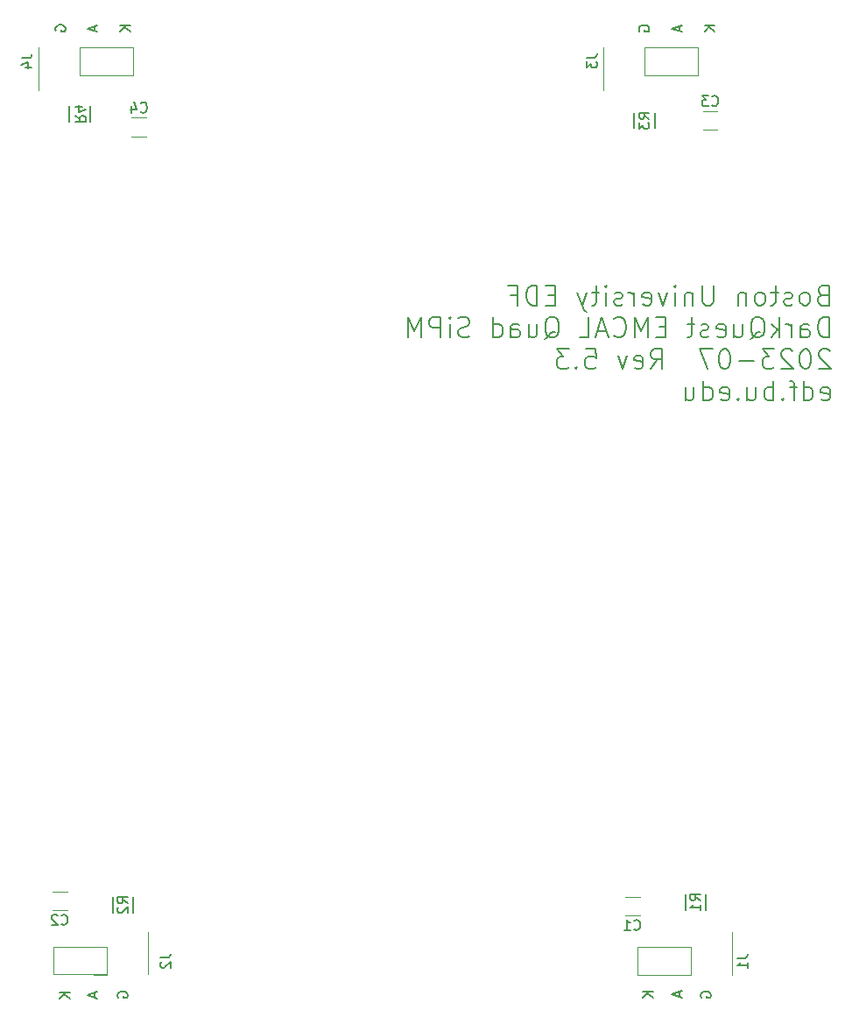
<source format=gbr>
%TF.GenerationSoftware,KiCad,Pcbnew,7.0.5-0*%
%TF.CreationDate,2023-07-05T09:28:37-04:00*%
%TF.ProjectId,quad_sipm,71756164-5f73-4697-906d-2e6b69636164,rev?*%
%TF.SameCoordinates,Original*%
%TF.FileFunction,Legend,Bot*%
%TF.FilePolarity,Positive*%
%FSLAX46Y46*%
G04 Gerber Fmt 4.6, Leading zero omitted, Abs format (unit mm)*
G04 Created by KiCad (PCBNEW 7.0.5-0) date 2023-07-05 09:28:37*
%MOMM*%
%LPD*%
G01*
G04 APERTURE LIST*
%ADD10C,0.150000*%
%ADD11C,0.203200*%
%ADD12C,0.120000*%
%ADD13C,0.152400*%
G04 APERTURE END LIST*
D10*
X124597438Y-53601904D02*
X124549819Y-53506666D01*
X124549819Y-53506666D02*
X124549819Y-53363809D01*
X124549819Y-53363809D02*
X124597438Y-53220952D01*
X124597438Y-53220952D02*
X124692676Y-53125714D01*
X124692676Y-53125714D02*
X124787914Y-53078095D01*
X124787914Y-53078095D02*
X124978390Y-53030476D01*
X124978390Y-53030476D02*
X125121247Y-53030476D01*
X125121247Y-53030476D02*
X125311723Y-53078095D01*
X125311723Y-53078095D02*
X125406961Y-53125714D01*
X125406961Y-53125714D02*
X125502200Y-53220952D01*
X125502200Y-53220952D02*
X125549819Y-53363809D01*
X125549819Y-53363809D02*
X125549819Y-53459047D01*
X125549819Y-53459047D02*
X125502200Y-53601904D01*
X125502200Y-53601904D02*
X125454580Y-53649523D01*
X125454580Y-53649523D02*
X125121247Y-53649523D01*
X125121247Y-53649523D02*
X125121247Y-53459047D01*
X131899819Y-53078095D02*
X130899819Y-53078095D01*
X131899819Y-53649523D02*
X131328390Y-53220952D01*
X130899819Y-53649523D02*
X131471247Y-53078095D01*
X128439104Y-53101905D02*
X128439104Y-53578095D01*
X128724819Y-53006667D02*
X127724819Y-53340000D01*
X127724819Y-53340000D02*
X128724819Y-53673333D01*
X74178438Y-146983220D02*
X74130819Y-146887982D01*
X74130819Y-146887982D02*
X74130819Y-146745125D01*
X74130819Y-146745125D02*
X74178438Y-146602268D01*
X74178438Y-146602268D02*
X74273676Y-146507030D01*
X74273676Y-146507030D02*
X74368914Y-146459411D01*
X74368914Y-146459411D02*
X74559390Y-146411792D01*
X74559390Y-146411792D02*
X74702247Y-146411792D01*
X74702247Y-146411792D02*
X74892723Y-146459411D01*
X74892723Y-146459411D02*
X74987961Y-146507030D01*
X74987961Y-146507030D02*
X75083200Y-146602268D01*
X75083200Y-146602268D02*
X75130819Y-146745125D01*
X75130819Y-146745125D02*
X75130819Y-146840363D01*
X75130819Y-146840363D02*
X75083200Y-146983220D01*
X75083200Y-146983220D02*
X75035580Y-147030839D01*
X75035580Y-147030839D02*
X74702247Y-147030839D01*
X74702247Y-147030839D02*
X74702247Y-146840363D01*
X71924104Y-146554649D02*
X71924104Y-147030839D01*
X72209819Y-146459411D02*
X71209819Y-146792744D01*
X71209819Y-146792744D02*
X72209819Y-147126077D01*
X75384819Y-53078095D02*
X74384819Y-53078095D01*
X75384819Y-53649523D02*
X74813390Y-53220952D01*
X74384819Y-53649523D02*
X74956247Y-53078095D01*
X71924104Y-53101905D02*
X71924104Y-53578095D01*
X72209819Y-53006667D02*
X71209819Y-53340000D01*
X71209819Y-53340000D02*
X72209819Y-53673333D01*
X69542819Y-146550095D02*
X68542819Y-146550095D01*
X69542819Y-147121523D02*
X68971390Y-146692952D01*
X68542819Y-147121523D02*
X69114247Y-146550095D01*
X128439104Y-146446905D02*
X128439104Y-146923095D01*
X128724819Y-146351667D02*
X127724819Y-146685000D01*
X127724819Y-146685000D02*
X128724819Y-147018333D01*
X130566438Y-146983220D02*
X130518819Y-146887982D01*
X130518819Y-146887982D02*
X130518819Y-146745125D01*
X130518819Y-146745125D02*
X130566438Y-146602268D01*
X130566438Y-146602268D02*
X130661676Y-146507030D01*
X130661676Y-146507030D02*
X130756914Y-146459411D01*
X130756914Y-146459411D02*
X130947390Y-146411792D01*
X130947390Y-146411792D02*
X131090247Y-146411792D01*
X131090247Y-146411792D02*
X131280723Y-146459411D01*
X131280723Y-146459411D02*
X131375961Y-146507030D01*
X131375961Y-146507030D02*
X131471200Y-146602268D01*
X131471200Y-146602268D02*
X131518819Y-146745125D01*
X131518819Y-146745125D02*
X131518819Y-146840363D01*
X131518819Y-146840363D02*
X131471200Y-146983220D01*
X131471200Y-146983220D02*
X131423580Y-147030839D01*
X131423580Y-147030839D02*
X131090247Y-147030839D01*
X131090247Y-147030839D02*
X131090247Y-146840363D01*
X125930819Y-146423095D02*
X124930819Y-146423095D01*
X125930819Y-146994523D02*
X125359390Y-146565952D01*
X124930819Y-146994523D02*
X125502247Y-146423095D01*
D11*
X142287744Y-79092290D02*
X142015601Y-79183004D01*
X142015601Y-79183004D02*
X141924887Y-79273718D01*
X141924887Y-79273718D02*
X141834173Y-79455147D01*
X141834173Y-79455147D02*
X141834173Y-79727290D01*
X141834173Y-79727290D02*
X141924887Y-79908718D01*
X141924887Y-79908718D02*
X142015601Y-79999433D01*
X142015601Y-79999433D02*
X142197030Y-80090147D01*
X142197030Y-80090147D02*
X142922744Y-80090147D01*
X142922744Y-80090147D02*
X142922744Y-78185147D01*
X142922744Y-78185147D02*
X142287744Y-78185147D01*
X142287744Y-78185147D02*
X142106316Y-78275861D01*
X142106316Y-78275861D02*
X142015601Y-78366575D01*
X142015601Y-78366575D02*
X141924887Y-78548004D01*
X141924887Y-78548004D02*
X141924887Y-78729433D01*
X141924887Y-78729433D02*
X142015601Y-78910861D01*
X142015601Y-78910861D02*
X142106316Y-79001575D01*
X142106316Y-79001575D02*
X142287744Y-79092290D01*
X142287744Y-79092290D02*
X142922744Y-79092290D01*
X140745601Y-80090147D02*
X140927030Y-79999433D01*
X140927030Y-79999433D02*
X141017744Y-79908718D01*
X141017744Y-79908718D02*
X141108458Y-79727290D01*
X141108458Y-79727290D02*
X141108458Y-79183004D01*
X141108458Y-79183004D02*
X141017744Y-79001575D01*
X141017744Y-79001575D02*
X140927030Y-78910861D01*
X140927030Y-78910861D02*
X140745601Y-78820147D01*
X140745601Y-78820147D02*
X140473458Y-78820147D01*
X140473458Y-78820147D02*
X140292030Y-78910861D01*
X140292030Y-78910861D02*
X140201316Y-79001575D01*
X140201316Y-79001575D02*
X140110601Y-79183004D01*
X140110601Y-79183004D02*
X140110601Y-79727290D01*
X140110601Y-79727290D02*
X140201316Y-79908718D01*
X140201316Y-79908718D02*
X140292030Y-79999433D01*
X140292030Y-79999433D02*
X140473458Y-80090147D01*
X140473458Y-80090147D02*
X140745601Y-80090147D01*
X139384887Y-79999433D02*
X139203459Y-80090147D01*
X139203459Y-80090147D02*
X138840602Y-80090147D01*
X138840602Y-80090147D02*
X138659173Y-79999433D01*
X138659173Y-79999433D02*
X138568459Y-79818004D01*
X138568459Y-79818004D02*
X138568459Y-79727290D01*
X138568459Y-79727290D02*
X138659173Y-79545861D01*
X138659173Y-79545861D02*
X138840602Y-79455147D01*
X138840602Y-79455147D02*
X139112745Y-79455147D01*
X139112745Y-79455147D02*
X139294173Y-79364433D01*
X139294173Y-79364433D02*
X139384887Y-79183004D01*
X139384887Y-79183004D02*
X139384887Y-79092290D01*
X139384887Y-79092290D02*
X139294173Y-78910861D01*
X139294173Y-78910861D02*
X139112745Y-78820147D01*
X139112745Y-78820147D02*
X138840602Y-78820147D01*
X138840602Y-78820147D02*
X138659173Y-78910861D01*
X138024173Y-78820147D02*
X137298459Y-78820147D01*
X137752030Y-78185147D02*
X137752030Y-79818004D01*
X137752030Y-79818004D02*
X137661316Y-79999433D01*
X137661316Y-79999433D02*
X137479887Y-80090147D01*
X137479887Y-80090147D02*
X137298459Y-80090147D01*
X136391316Y-80090147D02*
X136572745Y-79999433D01*
X136572745Y-79999433D02*
X136663459Y-79908718D01*
X136663459Y-79908718D02*
X136754173Y-79727290D01*
X136754173Y-79727290D02*
X136754173Y-79183004D01*
X136754173Y-79183004D02*
X136663459Y-79001575D01*
X136663459Y-79001575D02*
X136572745Y-78910861D01*
X136572745Y-78910861D02*
X136391316Y-78820147D01*
X136391316Y-78820147D02*
X136119173Y-78820147D01*
X136119173Y-78820147D02*
X135937745Y-78910861D01*
X135937745Y-78910861D02*
X135847031Y-79001575D01*
X135847031Y-79001575D02*
X135756316Y-79183004D01*
X135756316Y-79183004D02*
X135756316Y-79727290D01*
X135756316Y-79727290D02*
X135847031Y-79908718D01*
X135847031Y-79908718D02*
X135937745Y-79999433D01*
X135937745Y-79999433D02*
X136119173Y-80090147D01*
X136119173Y-80090147D02*
X136391316Y-80090147D01*
X134939888Y-78820147D02*
X134939888Y-80090147D01*
X134939888Y-79001575D02*
X134849174Y-78910861D01*
X134849174Y-78910861D02*
X134667745Y-78820147D01*
X134667745Y-78820147D02*
X134395602Y-78820147D01*
X134395602Y-78820147D02*
X134214174Y-78910861D01*
X134214174Y-78910861D02*
X134123460Y-79092290D01*
X134123460Y-79092290D02*
X134123460Y-80090147D01*
X131764888Y-78185147D02*
X131764888Y-79727290D01*
X131764888Y-79727290D02*
X131674174Y-79908718D01*
X131674174Y-79908718D02*
X131583460Y-79999433D01*
X131583460Y-79999433D02*
X131402031Y-80090147D01*
X131402031Y-80090147D02*
X131039174Y-80090147D01*
X131039174Y-80090147D02*
X130857745Y-79999433D01*
X130857745Y-79999433D02*
X130767031Y-79908718D01*
X130767031Y-79908718D02*
X130676317Y-79727290D01*
X130676317Y-79727290D02*
X130676317Y-78185147D01*
X129769174Y-78820147D02*
X129769174Y-80090147D01*
X129769174Y-79001575D02*
X129678460Y-78910861D01*
X129678460Y-78910861D02*
X129497031Y-78820147D01*
X129497031Y-78820147D02*
X129224888Y-78820147D01*
X129224888Y-78820147D02*
X129043460Y-78910861D01*
X129043460Y-78910861D02*
X128952746Y-79092290D01*
X128952746Y-79092290D02*
X128952746Y-80090147D01*
X128045603Y-80090147D02*
X128045603Y-78820147D01*
X128045603Y-78185147D02*
X128136317Y-78275861D01*
X128136317Y-78275861D02*
X128045603Y-78366575D01*
X128045603Y-78366575D02*
X127954889Y-78275861D01*
X127954889Y-78275861D02*
X128045603Y-78185147D01*
X128045603Y-78185147D02*
X128045603Y-78366575D01*
X127319889Y-78820147D02*
X126866317Y-80090147D01*
X126866317Y-80090147D02*
X126412746Y-78820147D01*
X124961317Y-79999433D02*
X125142745Y-80090147D01*
X125142745Y-80090147D02*
X125505603Y-80090147D01*
X125505603Y-80090147D02*
X125687031Y-79999433D01*
X125687031Y-79999433D02*
X125777745Y-79818004D01*
X125777745Y-79818004D02*
X125777745Y-79092290D01*
X125777745Y-79092290D02*
X125687031Y-78910861D01*
X125687031Y-78910861D02*
X125505603Y-78820147D01*
X125505603Y-78820147D02*
X125142745Y-78820147D01*
X125142745Y-78820147D02*
X124961317Y-78910861D01*
X124961317Y-78910861D02*
X124870603Y-79092290D01*
X124870603Y-79092290D02*
X124870603Y-79273718D01*
X124870603Y-79273718D02*
X125777745Y-79455147D01*
X124054174Y-80090147D02*
X124054174Y-78820147D01*
X124054174Y-79183004D02*
X123963460Y-79001575D01*
X123963460Y-79001575D02*
X123872746Y-78910861D01*
X123872746Y-78910861D02*
X123691317Y-78820147D01*
X123691317Y-78820147D02*
X123509888Y-78820147D01*
X122965602Y-79999433D02*
X122784174Y-80090147D01*
X122784174Y-80090147D02*
X122421317Y-80090147D01*
X122421317Y-80090147D02*
X122239888Y-79999433D01*
X122239888Y-79999433D02*
X122149174Y-79818004D01*
X122149174Y-79818004D02*
X122149174Y-79727290D01*
X122149174Y-79727290D02*
X122239888Y-79545861D01*
X122239888Y-79545861D02*
X122421317Y-79455147D01*
X122421317Y-79455147D02*
X122693460Y-79455147D01*
X122693460Y-79455147D02*
X122874888Y-79364433D01*
X122874888Y-79364433D02*
X122965602Y-79183004D01*
X122965602Y-79183004D02*
X122965602Y-79092290D01*
X122965602Y-79092290D02*
X122874888Y-78910861D01*
X122874888Y-78910861D02*
X122693460Y-78820147D01*
X122693460Y-78820147D02*
X122421317Y-78820147D01*
X122421317Y-78820147D02*
X122239888Y-78910861D01*
X121332745Y-80090147D02*
X121332745Y-78820147D01*
X121332745Y-78185147D02*
X121423459Y-78275861D01*
X121423459Y-78275861D02*
X121332745Y-78366575D01*
X121332745Y-78366575D02*
X121242031Y-78275861D01*
X121242031Y-78275861D02*
X121332745Y-78185147D01*
X121332745Y-78185147D02*
X121332745Y-78366575D01*
X120697745Y-78820147D02*
X119972031Y-78820147D01*
X120425602Y-78185147D02*
X120425602Y-79818004D01*
X120425602Y-79818004D02*
X120334888Y-79999433D01*
X120334888Y-79999433D02*
X120153459Y-80090147D01*
X120153459Y-80090147D02*
X119972031Y-80090147D01*
X119518460Y-78820147D02*
X119064888Y-80090147D01*
X118611317Y-78820147D02*
X119064888Y-80090147D01*
X119064888Y-80090147D02*
X119246317Y-80543718D01*
X119246317Y-80543718D02*
X119337031Y-80634433D01*
X119337031Y-80634433D02*
X119518460Y-80725147D01*
X116434173Y-79092290D02*
X115799173Y-79092290D01*
X115527030Y-80090147D02*
X116434173Y-80090147D01*
X116434173Y-80090147D02*
X116434173Y-78185147D01*
X116434173Y-78185147D02*
X115527030Y-78185147D01*
X114710602Y-80090147D02*
X114710602Y-78185147D01*
X114710602Y-78185147D02*
X114257031Y-78185147D01*
X114257031Y-78185147D02*
X113984888Y-78275861D01*
X113984888Y-78275861D02*
X113803459Y-78457290D01*
X113803459Y-78457290D02*
X113712745Y-78638718D01*
X113712745Y-78638718D02*
X113622031Y-79001575D01*
X113622031Y-79001575D02*
X113622031Y-79273718D01*
X113622031Y-79273718D02*
X113712745Y-79636575D01*
X113712745Y-79636575D02*
X113803459Y-79818004D01*
X113803459Y-79818004D02*
X113984888Y-79999433D01*
X113984888Y-79999433D02*
X114257031Y-80090147D01*
X114257031Y-80090147D02*
X114710602Y-80090147D01*
X112170602Y-79092290D02*
X112805602Y-79092290D01*
X112805602Y-80090147D02*
X112805602Y-78185147D01*
X112805602Y-78185147D02*
X111898459Y-78185147D01*
X142922744Y-83157197D02*
X142922744Y-81252197D01*
X142922744Y-81252197D02*
X142469173Y-81252197D01*
X142469173Y-81252197D02*
X142197030Y-81342911D01*
X142197030Y-81342911D02*
X142015601Y-81524340D01*
X142015601Y-81524340D02*
X141924887Y-81705768D01*
X141924887Y-81705768D02*
X141834173Y-82068625D01*
X141834173Y-82068625D02*
X141834173Y-82340768D01*
X141834173Y-82340768D02*
X141924887Y-82703625D01*
X141924887Y-82703625D02*
X142015601Y-82885054D01*
X142015601Y-82885054D02*
X142197030Y-83066483D01*
X142197030Y-83066483D02*
X142469173Y-83157197D01*
X142469173Y-83157197D02*
X142922744Y-83157197D01*
X140201316Y-83157197D02*
X140201316Y-82159340D01*
X140201316Y-82159340D02*
X140292030Y-81977911D01*
X140292030Y-81977911D02*
X140473458Y-81887197D01*
X140473458Y-81887197D02*
X140836316Y-81887197D01*
X140836316Y-81887197D02*
X141017744Y-81977911D01*
X140201316Y-83066483D02*
X140382744Y-83157197D01*
X140382744Y-83157197D02*
X140836316Y-83157197D01*
X140836316Y-83157197D02*
X141017744Y-83066483D01*
X141017744Y-83066483D02*
X141108458Y-82885054D01*
X141108458Y-82885054D02*
X141108458Y-82703625D01*
X141108458Y-82703625D02*
X141017744Y-82522197D01*
X141017744Y-82522197D02*
X140836316Y-82431483D01*
X140836316Y-82431483D02*
X140382744Y-82431483D01*
X140382744Y-82431483D02*
X140201316Y-82340768D01*
X139294173Y-83157197D02*
X139294173Y-81887197D01*
X139294173Y-82250054D02*
X139203459Y-82068625D01*
X139203459Y-82068625D02*
X139112745Y-81977911D01*
X139112745Y-81977911D02*
X138931316Y-81887197D01*
X138931316Y-81887197D02*
X138749887Y-81887197D01*
X138114887Y-83157197D02*
X138114887Y-81252197D01*
X137933459Y-82431483D02*
X137389173Y-83157197D01*
X137389173Y-81887197D02*
X138114887Y-82612911D01*
X135302744Y-83338625D02*
X135484173Y-83247911D01*
X135484173Y-83247911D02*
X135665601Y-83066483D01*
X135665601Y-83066483D02*
X135937744Y-82794340D01*
X135937744Y-82794340D02*
X136119173Y-82703625D01*
X136119173Y-82703625D02*
X136300601Y-82703625D01*
X136209887Y-83157197D02*
X136391316Y-83066483D01*
X136391316Y-83066483D02*
X136572744Y-82885054D01*
X136572744Y-82885054D02*
X136663458Y-82522197D01*
X136663458Y-82522197D02*
X136663458Y-81887197D01*
X136663458Y-81887197D02*
X136572744Y-81524340D01*
X136572744Y-81524340D02*
X136391316Y-81342911D01*
X136391316Y-81342911D02*
X136209887Y-81252197D01*
X136209887Y-81252197D02*
X135847030Y-81252197D01*
X135847030Y-81252197D02*
X135665601Y-81342911D01*
X135665601Y-81342911D02*
X135484173Y-81524340D01*
X135484173Y-81524340D02*
X135393458Y-81887197D01*
X135393458Y-81887197D02*
X135393458Y-82522197D01*
X135393458Y-82522197D02*
X135484173Y-82885054D01*
X135484173Y-82885054D02*
X135665601Y-83066483D01*
X135665601Y-83066483D02*
X135847030Y-83157197D01*
X135847030Y-83157197D02*
X136209887Y-83157197D01*
X133760602Y-81887197D02*
X133760602Y-83157197D01*
X134577030Y-81887197D02*
X134577030Y-82885054D01*
X134577030Y-82885054D02*
X134486316Y-83066483D01*
X134486316Y-83066483D02*
X134304887Y-83157197D01*
X134304887Y-83157197D02*
X134032744Y-83157197D01*
X134032744Y-83157197D02*
X133851316Y-83066483D01*
X133851316Y-83066483D02*
X133760602Y-82975768D01*
X132127745Y-83066483D02*
X132309173Y-83157197D01*
X132309173Y-83157197D02*
X132672031Y-83157197D01*
X132672031Y-83157197D02*
X132853459Y-83066483D01*
X132853459Y-83066483D02*
X132944173Y-82885054D01*
X132944173Y-82885054D02*
X132944173Y-82159340D01*
X132944173Y-82159340D02*
X132853459Y-81977911D01*
X132853459Y-81977911D02*
X132672031Y-81887197D01*
X132672031Y-81887197D02*
X132309173Y-81887197D01*
X132309173Y-81887197D02*
X132127745Y-81977911D01*
X132127745Y-81977911D02*
X132037031Y-82159340D01*
X132037031Y-82159340D02*
X132037031Y-82340768D01*
X132037031Y-82340768D02*
X132944173Y-82522197D01*
X131311316Y-83066483D02*
X131129888Y-83157197D01*
X131129888Y-83157197D02*
X130767031Y-83157197D01*
X130767031Y-83157197D02*
X130585602Y-83066483D01*
X130585602Y-83066483D02*
X130494888Y-82885054D01*
X130494888Y-82885054D02*
X130494888Y-82794340D01*
X130494888Y-82794340D02*
X130585602Y-82612911D01*
X130585602Y-82612911D02*
X130767031Y-82522197D01*
X130767031Y-82522197D02*
X131039174Y-82522197D01*
X131039174Y-82522197D02*
X131220602Y-82431483D01*
X131220602Y-82431483D02*
X131311316Y-82250054D01*
X131311316Y-82250054D02*
X131311316Y-82159340D01*
X131311316Y-82159340D02*
X131220602Y-81977911D01*
X131220602Y-81977911D02*
X131039174Y-81887197D01*
X131039174Y-81887197D02*
X130767031Y-81887197D01*
X130767031Y-81887197D02*
X130585602Y-81977911D01*
X129950602Y-81887197D02*
X129224888Y-81887197D01*
X129678459Y-81252197D02*
X129678459Y-82885054D01*
X129678459Y-82885054D02*
X129587745Y-83066483D01*
X129587745Y-83066483D02*
X129406316Y-83157197D01*
X129406316Y-83157197D02*
X129224888Y-83157197D01*
X127138459Y-82159340D02*
X126503459Y-82159340D01*
X126231316Y-83157197D02*
X127138459Y-83157197D01*
X127138459Y-83157197D02*
X127138459Y-81252197D01*
X127138459Y-81252197D02*
X126231316Y-81252197D01*
X125414888Y-83157197D02*
X125414888Y-81252197D01*
X125414888Y-81252197D02*
X124779888Y-82612911D01*
X124779888Y-82612911D02*
X124144888Y-81252197D01*
X124144888Y-81252197D02*
X124144888Y-83157197D01*
X122149174Y-82975768D02*
X122239888Y-83066483D01*
X122239888Y-83066483D02*
X122512031Y-83157197D01*
X122512031Y-83157197D02*
X122693459Y-83157197D01*
X122693459Y-83157197D02*
X122965602Y-83066483D01*
X122965602Y-83066483D02*
X123147031Y-82885054D01*
X123147031Y-82885054D02*
X123237745Y-82703625D01*
X123237745Y-82703625D02*
X123328459Y-82340768D01*
X123328459Y-82340768D02*
X123328459Y-82068625D01*
X123328459Y-82068625D02*
X123237745Y-81705768D01*
X123237745Y-81705768D02*
X123147031Y-81524340D01*
X123147031Y-81524340D02*
X122965602Y-81342911D01*
X122965602Y-81342911D02*
X122693459Y-81252197D01*
X122693459Y-81252197D02*
X122512031Y-81252197D01*
X122512031Y-81252197D02*
X122239888Y-81342911D01*
X122239888Y-81342911D02*
X122149174Y-81433625D01*
X121423459Y-82612911D02*
X120516317Y-82612911D01*
X121604888Y-83157197D02*
X120969888Y-81252197D01*
X120969888Y-81252197D02*
X120334888Y-83157197D01*
X118792745Y-83157197D02*
X119699888Y-83157197D01*
X119699888Y-83157197D02*
X119699888Y-81252197D01*
X115436316Y-83338625D02*
X115617745Y-83247911D01*
X115617745Y-83247911D02*
X115799173Y-83066483D01*
X115799173Y-83066483D02*
X116071316Y-82794340D01*
X116071316Y-82794340D02*
X116252745Y-82703625D01*
X116252745Y-82703625D02*
X116434173Y-82703625D01*
X116343459Y-83157197D02*
X116524888Y-83066483D01*
X116524888Y-83066483D02*
X116706316Y-82885054D01*
X116706316Y-82885054D02*
X116797030Y-82522197D01*
X116797030Y-82522197D02*
X116797030Y-81887197D01*
X116797030Y-81887197D02*
X116706316Y-81524340D01*
X116706316Y-81524340D02*
X116524888Y-81342911D01*
X116524888Y-81342911D02*
X116343459Y-81252197D01*
X116343459Y-81252197D02*
X115980602Y-81252197D01*
X115980602Y-81252197D02*
X115799173Y-81342911D01*
X115799173Y-81342911D02*
X115617745Y-81524340D01*
X115617745Y-81524340D02*
X115527030Y-81887197D01*
X115527030Y-81887197D02*
X115527030Y-82522197D01*
X115527030Y-82522197D02*
X115617745Y-82885054D01*
X115617745Y-82885054D02*
X115799173Y-83066483D01*
X115799173Y-83066483D02*
X115980602Y-83157197D01*
X115980602Y-83157197D02*
X116343459Y-83157197D01*
X113894174Y-81887197D02*
X113894174Y-83157197D01*
X114710602Y-81887197D02*
X114710602Y-82885054D01*
X114710602Y-82885054D02*
X114619888Y-83066483D01*
X114619888Y-83066483D02*
X114438459Y-83157197D01*
X114438459Y-83157197D02*
X114166316Y-83157197D01*
X114166316Y-83157197D02*
X113984888Y-83066483D01*
X113984888Y-83066483D02*
X113894174Y-82975768D01*
X112170603Y-83157197D02*
X112170603Y-82159340D01*
X112170603Y-82159340D02*
X112261317Y-81977911D01*
X112261317Y-81977911D02*
X112442745Y-81887197D01*
X112442745Y-81887197D02*
X112805603Y-81887197D01*
X112805603Y-81887197D02*
X112987031Y-81977911D01*
X112170603Y-83066483D02*
X112352031Y-83157197D01*
X112352031Y-83157197D02*
X112805603Y-83157197D01*
X112805603Y-83157197D02*
X112987031Y-83066483D01*
X112987031Y-83066483D02*
X113077745Y-82885054D01*
X113077745Y-82885054D02*
X113077745Y-82703625D01*
X113077745Y-82703625D02*
X112987031Y-82522197D01*
X112987031Y-82522197D02*
X112805603Y-82431483D01*
X112805603Y-82431483D02*
X112352031Y-82431483D01*
X112352031Y-82431483D02*
X112170603Y-82340768D01*
X110447032Y-83157197D02*
X110447032Y-81252197D01*
X110447032Y-83066483D02*
X110628460Y-83157197D01*
X110628460Y-83157197D02*
X110991317Y-83157197D01*
X110991317Y-83157197D02*
X111172746Y-83066483D01*
X111172746Y-83066483D02*
X111263460Y-82975768D01*
X111263460Y-82975768D02*
X111354174Y-82794340D01*
X111354174Y-82794340D02*
X111354174Y-82250054D01*
X111354174Y-82250054D02*
X111263460Y-82068625D01*
X111263460Y-82068625D02*
X111172746Y-81977911D01*
X111172746Y-81977911D02*
X110991317Y-81887197D01*
X110991317Y-81887197D02*
X110628460Y-81887197D01*
X110628460Y-81887197D02*
X110447032Y-81977911D01*
X108179174Y-83066483D02*
X107907032Y-83157197D01*
X107907032Y-83157197D02*
X107453460Y-83157197D01*
X107453460Y-83157197D02*
X107272032Y-83066483D01*
X107272032Y-83066483D02*
X107181317Y-82975768D01*
X107181317Y-82975768D02*
X107090603Y-82794340D01*
X107090603Y-82794340D02*
X107090603Y-82612911D01*
X107090603Y-82612911D02*
X107181317Y-82431483D01*
X107181317Y-82431483D02*
X107272032Y-82340768D01*
X107272032Y-82340768D02*
X107453460Y-82250054D01*
X107453460Y-82250054D02*
X107816317Y-82159340D01*
X107816317Y-82159340D02*
X107997746Y-82068625D01*
X107997746Y-82068625D02*
X108088460Y-81977911D01*
X108088460Y-81977911D02*
X108179174Y-81796483D01*
X108179174Y-81796483D02*
X108179174Y-81615054D01*
X108179174Y-81615054D02*
X108088460Y-81433625D01*
X108088460Y-81433625D02*
X107997746Y-81342911D01*
X107997746Y-81342911D02*
X107816317Y-81252197D01*
X107816317Y-81252197D02*
X107362746Y-81252197D01*
X107362746Y-81252197D02*
X107090603Y-81342911D01*
X106274174Y-83157197D02*
X106274174Y-81887197D01*
X106274174Y-81252197D02*
X106364888Y-81342911D01*
X106364888Y-81342911D02*
X106274174Y-81433625D01*
X106274174Y-81433625D02*
X106183460Y-81342911D01*
X106183460Y-81342911D02*
X106274174Y-81252197D01*
X106274174Y-81252197D02*
X106274174Y-81433625D01*
X105367031Y-83157197D02*
X105367031Y-81252197D01*
X105367031Y-81252197D02*
X104641317Y-81252197D01*
X104641317Y-81252197D02*
X104459888Y-81342911D01*
X104459888Y-81342911D02*
X104369174Y-81433625D01*
X104369174Y-81433625D02*
X104278460Y-81615054D01*
X104278460Y-81615054D02*
X104278460Y-81887197D01*
X104278460Y-81887197D02*
X104369174Y-82068625D01*
X104369174Y-82068625D02*
X104459888Y-82159340D01*
X104459888Y-82159340D02*
X104641317Y-82250054D01*
X104641317Y-82250054D02*
X105367031Y-82250054D01*
X103462031Y-83157197D02*
X103462031Y-81252197D01*
X103462031Y-81252197D02*
X102827031Y-82612911D01*
X102827031Y-82612911D02*
X102192031Y-81252197D01*
X102192031Y-81252197D02*
X102192031Y-83157197D01*
X143013458Y-84500675D02*
X142922744Y-84409961D01*
X142922744Y-84409961D02*
X142741316Y-84319247D01*
X142741316Y-84319247D02*
X142287744Y-84319247D01*
X142287744Y-84319247D02*
X142106316Y-84409961D01*
X142106316Y-84409961D02*
X142015601Y-84500675D01*
X142015601Y-84500675D02*
X141924887Y-84682104D01*
X141924887Y-84682104D02*
X141924887Y-84863533D01*
X141924887Y-84863533D02*
X142015601Y-85135675D01*
X142015601Y-85135675D02*
X143104173Y-86224247D01*
X143104173Y-86224247D02*
X141924887Y-86224247D01*
X140745601Y-84319247D02*
X140564172Y-84319247D01*
X140564172Y-84319247D02*
X140382744Y-84409961D01*
X140382744Y-84409961D02*
X140292030Y-84500675D01*
X140292030Y-84500675D02*
X140201315Y-84682104D01*
X140201315Y-84682104D02*
X140110601Y-85044961D01*
X140110601Y-85044961D02*
X140110601Y-85498533D01*
X140110601Y-85498533D02*
X140201315Y-85861390D01*
X140201315Y-85861390D02*
X140292030Y-86042818D01*
X140292030Y-86042818D02*
X140382744Y-86133533D01*
X140382744Y-86133533D02*
X140564172Y-86224247D01*
X140564172Y-86224247D02*
X140745601Y-86224247D01*
X140745601Y-86224247D02*
X140927030Y-86133533D01*
X140927030Y-86133533D02*
X141017744Y-86042818D01*
X141017744Y-86042818D02*
X141108458Y-85861390D01*
X141108458Y-85861390D02*
X141199172Y-85498533D01*
X141199172Y-85498533D02*
X141199172Y-85044961D01*
X141199172Y-85044961D02*
X141108458Y-84682104D01*
X141108458Y-84682104D02*
X141017744Y-84500675D01*
X141017744Y-84500675D02*
X140927030Y-84409961D01*
X140927030Y-84409961D02*
X140745601Y-84319247D01*
X139384886Y-84500675D02*
X139294172Y-84409961D01*
X139294172Y-84409961D02*
X139112744Y-84319247D01*
X139112744Y-84319247D02*
X138659172Y-84319247D01*
X138659172Y-84319247D02*
X138477744Y-84409961D01*
X138477744Y-84409961D02*
X138387029Y-84500675D01*
X138387029Y-84500675D02*
X138296315Y-84682104D01*
X138296315Y-84682104D02*
X138296315Y-84863533D01*
X138296315Y-84863533D02*
X138387029Y-85135675D01*
X138387029Y-85135675D02*
X139475601Y-86224247D01*
X139475601Y-86224247D02*
X138296315Y-86224247D01*
X137661315Y-84319247D02*
X136482029Y-84319247D01*
X136482029Y-84319247D02*
X137117029Y-85044961D01*
X137117029Y-85044961D02*
X136844886Y-85044961D01*
X136844886Y-85044961D02*
X136663458Y-85135675D01*
X136663458Y-85135675D02*
X136572743Y-85226390D01*
X136572743Y-85226390D02*
X136482029Y-85407818D01*
X136482029Y-85407818D02*
X136482029Y-85861390D01*
X136482029Y-85861390D02*
X136572743Y-86042818D01*
X136572743Y-86042818D02*
X136663458Y-86133533D01*
X136663458Y-86133533D02*
X136844886Y-86224247D01*
X136844886Y-86224247D02*
X137389172Y-86224247D01*
X137389172Y-86224247D02*
X137570600Y-86133533D01*
X137570600Y-86133533D02*
X137661315Y-86042818D01*
X135665600Y-85498533D02*
X134214172Y-85498533D01*
X132944172Y-84319247D02*
X132762743Y-84319247D01*
X132762743Y-84319247D02*
X132581315Y-84409961D01*
X132581315Y-84409961D02*
X132490601Y-84500675D01*
X132490601Y-84500675D02*
X132399886Y-84682104D01*
X132399886Y-84682104D02*
X132309172Y-85044961D01*
X132309172Y-85044961D02*
X132309172Y-85498533D01*
X132309172Y-85498533D02*
X132399886Y-85861390D01*
X132399886Y-85861390D02*
X132490601Y-86042818D01*
X132490601Y-86042818D02*
X132581315Y-86133533D01*
X132581315Y-86133533D02*
X132762743Y-86224247D01*
X132762743Y-86224247D02*
X132944172Y-86224247D01*
X132944172Y-86224247D02*
X133125601Y-86133533D01*
X133125601Y-86133533D02*
X133216315Y-86042818D01*
X133216315Y-86042818D02*
X133307029Y-85861390D01*
X133307029Y-85861390D02*
X133397743Y-85498533D01*
X133397743Y-85498533D02*
X133397743Y-85044961D01*
X133397743Y-85044961D02*
X133307029Y-84682104D01*
X133307029Y-84682104D02*
X133216315Y-84500675D01*
X133216315Y-84500675D02*
X133125601Y-84409961D01*
X133125601Y-84409961D02*
X132944172Y-84319247D01*
X131674172Y-84319247D02*
X130404172Y-84319247D01*
X130404172Y-84319247D02*
X131220600Y-86224247D01*
X125687028Y-86224247D02*
X126322028Y-85317104D01*
X126775599Y-86224247D02*
X126775599Y-84319247D01*
X126775599Y-84319247D02*
X126049885Y-84319247D01*
X126049885Y-84319247D02*
X125868456Y-84409961D01*
X125868456Y-84409961D02*
X125777742Y-84500675D01*
X125777742Y-84500675D02*
X125687028Y-84682104D01*
X125687028Y-84682104D02*
X125687028Y-84954247D01*
X125687028Y-84954247D02*
X125777742Y-85135675D01*
X125777742Y-85135675D02*
X125868456Y-85226390D01*
X125868456Y-85226390D02*
X126049885Y-85317104D01*
X126049885Y-85317104D02*
X126775599Y-85317104D01*
X124144885Y-86133533D02*
X124326313Y-86224247D01*
X124326313Y-86224247D02*
X124689171Y-86224247D01*
X124689171Y-86224247D02*
X124870599Y-86133533D01*
X124870599Y-86133533D02*
X124961313Y-85952104D01*
X124961313Y-85952104D02*
X124961313Y-85226390D01*
X124961313Y-85226390D02*
X124870599Y-85044961D01*
X124870599Y-85044961D02*
X124689171Y-84954247D01*
X124689171Y-84954247D02*
X124326313Y-84954247D01*
X124326313Y-84954247D02*
X124144885Y-85044961D01*
X124144885Y-85044961D02*
X124054171Y-85226390D01*
X124054171Y-85226390D02*
X124054171Y-85407818D01*
X124054171Y-85407818D02*
X124961313Y-85589247D01*
X123419171Y-84954247D02*
X122965599Y-86224247D01*
X122965599Y-86224247D02*
X122512028Y-84954247D01*
X119427741Y-84319247D02*
X120334884Y-84319247D01*
X120334884Y-84319247D02*
X120425598Y-85226390D01*
X120425598Y-85226390D02*
X120334884Y-85135675D01*
X120334884Y-85135675D02*
X120153456Y-85044961D01*
X120153456Y-85044961D02*
X119699884Y-85044961D01*
X119699884Y-85044961D02*
X119518456Y-85135675D01*
X119518456Y-85135675D02*
X119427741Y-85226390D01*
X119427741Y-85226390D02*
X119337027Y-85407818D01*
X119337027Y-85407818D02*
X119337027Y-85861390D01*
X119337027Y-85861390D02*
X119427741Y-86042818D01*
X119427741Y-86042818D02*
X119518456Y-86133533D01*
X119518456Y-86133533D02*
X119699884Y-86224247D01*
X119699884Y-86224247D02*
X120153456Y-86224247D01*
X120153456Y-86224247D02*
X120334884Y-86133533D01*
X120334884Y-86133533D02*
X120425598Y-86042818D01*
X118520598Y-86042818D02*
X118429884Y-86133533D01*
X118429884Y-86133533D02*
X118520598Y-86224247D01*
X118520598Y-86224247D02*
X118611312Y-86133533D01*
X118611312Y-86133533D02*
X118520598Y-86042818D01*
X118520598Y-86042818D02*
X118520598Y-86224247D01*
X117794884Y-84319247D02*
X116615598Y-84319247D01*
X116615598Y-84319247D02*
X117250598Y-85044961D01*
X117250598Y-85044961D02*
X116978455Y-85044961D01*
X116978455Y-85044961D02*
X116797027Y-85135675D01*
X116797027Y-85135675D02*
X116706312Y-85226390D01*
X116706312Y-85226390D02*
X116615598Y-85407818D01*
X116615598Y-85407818D02*
X116615598Y-85861390D01*
X116615598Y-85861390D02*
X116706312Y-86042818D01*
X116706312Y-86042818D02*
X116797027Y-86133533D01*
X116797027Y-86133533D02*
X116978455Y-86224247D01*
X116978455Y-86224247D02*
X117522741Y-86224247D01*
X117522741Y-86224247D02*
X117704169Y-86133533D01*
X117704169Y-86133533D02*
X117794884Y-86042818D01*
X142197030Y-89200583D02*
X142378458Y-89291297D01*
X142378458Y-89291297D02*
X142741316Y-89291297D01*
X142741316Y-89291297D02*
X142922744Y-89200583D01*
X142922744Y-89200583D02*
X143013458Y-89019154D01*
X143013458Y-89019154D02*
X143013458Y-88293440D01*
X143013458Y-88293440D02*
X142922744Y-88112011D01*
X142922744Y-88112011D02*
X142741316Y-88021297D01*
X142741316Y-88021297D02*
X142378458Y-88021297D01*
X142378458Y-88021297D02*
X142197030Y-88112011D01*
X142197030Y-88112011D02*
X142106316Y-88293440D01*
X142106316Y-88293440D02*
X142106316Y-88474868D01*
X142106316Y-88474868D02*
X143013458Y-88656297D01*
X140473459Y-89291297D02*
X140473459Y-87386297D01*
X140473459Y-89200583D02*
X140654887Y-89291297D01*
X140654887Y-89291297D02*
X141017744Y-89291297D01*
X141017744Y-89291297D02*
X141199173Y-89200583D01*
X141199173Y-89200583D02*
X141289887Y-89109868D01*
X141289887Y-89109868D02*
X141380601Y-88928440D01*
X141380601Y-88928440D02*
X141380601Y-88384154D01*
X141380601Y-88384154D02*
X141289887Y-88202725D01*
X141289887Y-88202725D02*
X141199173Y-88112011D01*
X141199173Y-88112011D02*
X141017744Y-88021297D01*
X141017744Y-88021297D02*
X140654887Y-88021297D01*
X140654887Y-88021297D02*
X140473459Y-88112011D01*
X139838459Y-88021297D02*
X139112745Y-88021297D01*
X139566316Y-89291297D02*
X139566316Y-87658440D01*
X139566316Y-87658440D02*
X139475602Y-87477011D01*
X139475602Y-87477011D02*
X139294173Y-87386297D01*
X139294173Y-87386297D02*
X139112745Y-87386297D01*
X138477745Y-89109868D02*
X138387031Y-89200583D01*
X138387031Y-89200583D02*
X138477745Y-89291297D01*
X138477745Y-89291297D02*
X138568459Y-89200583D01*
X138568459Y-89200583D02*
X138477745Y-89109868D01*
X138477745Y-89109868D02*
X138477745Y-89291297D01*
X137570602Y-89291297D02*
X137570602Y-87386297D01*
X137570602Y-88112011D02*
X137389174Y-88021297D01*
X137389174Y-88021297D02*
X137026316Y-88021297D01*
X137026316Y-88021297D02*
X136844888Y-88112011D01*
X136844888Y-88112011D02*
X136754174Y-88202725D01*
X136754174Y-88202725D02*
X136663459Y-88384154D01*
X136663459Y-88384154D02*
X136663459Y-88928440D01*
X136663459Y-88928440D02*
X136754174Y-89109868D01*
X136754174Y-89109868D02*
X136844888Y-89200583D01*
X136844888Y-89200583D02*
X137026316Y-89291297D01*
X137026316Y-89291297D02*
X137389174Y-89291297D01*
X137389174Y-89291297D02*
X137570602Y-89200583D01*
X135030603Y-88021297D02*
X135030603Y-89291297D01*
X135847031Y-88021297D02*
X135847031Y-89019154D01*
X135847031Y-89019154D02*
X135756317Y-89200583D01*
X135756317Y-89200583D02*
X135574888Y-89291297D01*
X135574888Y-89291297D02*
X135302745Y-89291297D01*
X135302745Y-89291297D02*
X135121317Y-89200583D01*
X135121317Y-89200583D02*
X135030603Y-89109868D01*
X134123460Y-89109868D02*
X134032746Y-89200583D01*
X134032746Y-89200583D02*
X134123460Y-89291297D01*
X134123460Y-89291297D02*
X134214174Y-89200583D01*
X134214174Y-89200583D02*
X134123460Y-89109868D01*
X134123460Y-89109868D02*
X134123460Y-89291297D01*
X132490603Y-89200583D02*
X132672031Y-89291297D01*
X132672031Y-89291297D02*
X133034889Y-89291297D01*
X133034889Y-89291297D02*
X133216317Y-89200583D01*
X133216317Y-89200583D02*
X133307031Y-89019154D01*
X133307031Y-89019154D02*
X133307031Y-88293440D01*
X133307031Y-88293440D02*
X133216317Y-88112011D01*
X133216317Y-88112011D02*
X133034889Y-88021297D01*
X133034889Y-88021297D02*
X132672031Y-88021297D01*
X132672031Y-88021297D02*
X132490603Y-88112011D01*
X132490603Y-88112011D02*
X132399889Y-88293440D01*
X132399889Y-88293440D02*
X132399889Y-88474868D01*
X132399889Y-88474868D02*
X133307031Y-88656297D01*
X130767032Y-89291297D02*
X130767032Y-87386297D01*
X130767032Y-89200583D02*
X130948460Y-89291297D01*
X130948460Y-89291297D02*
X131311317Y-89291297D01*
X131311317Y-89291297D02*
X131492746Y-89200583D01*
X131492746Y-89200583D02*
X131583460Y-89109868D01*
X131583460Y-89109868D02*
X131674174Y-88928440D01*
X131674174Y-88928440D02*
X131674174Y-88384154D01*
X131674174Y-88384154D02*
X131583460Y-88202725D01*
X131583460Y-88202725D02*
X131492746Y-88112011D01*
X131492746Y-88112011D02*
X131311317Y-88021297D01*
X131311317Y-88021297D02*
X130948460Y-88021297D01*
X130948460Y-88021297D02*
X130767032Y-88112011D01*
X129043461Y-88021297D02*
X129043461Y-89291297D01*
X129859889Y-88021297D02*
X129859889Y-89019154D01*
X129859889Y-89019154D02*
X129769175Y-89200583D01*
X129769175Y-89200583D02*
X129587746Y-89291297D01*
X129587746Y-89291297D02*
X129315603Y-89291297D01*
X129315603Y-89291297D02*
X129134175Y-89200583D01*
X129134175Y-89200583D02*
X129043461Y-89109868D01*
D10*
X68162438Y-53565588D02*
X68114819Y-53470350D01*
X68114819Y-53470350D02*
X68114819Y-53327493D01*
X68114819Y-53327493D02*
X68162438Y-53184636D01*
X68162438Y-53184636D02*
X68257676Y-53089398D01*
X68257676Y-53089398D02*
X68352914Y-53041779D01*
X68352914Y-53041779D02*
X68543390Y-52994160D01*
X68543390Y-52994160D02*
X68686247Y-52994160D01*
X68686247Y-52994160D02*
X68876723Y-53041779D01*
X68876723Y-53041779D02*
X68971961Y-53089398D01*
X68971961Y-53089398D02*
X69067200Y-53184636D01*
X69067200Y-53184636D02*
X69114819Y-53327493D01*
X69114819Y-53327493D02*
X69114819Y-53422731D01*
X69114819Y-53422731D02*
X69067200Y-53565588D01*
X69067200Y-53565588D02*
X69019580Y-53613207D01*
X69019580Y-53613207D02*
X68686247Y-53613207D01*
X68686247Y-53613207D02*
X68686247Y-53422731D01*
%TO.C,J1*%
X134074819Y-143176666D02*
X134789104Y-143176666D01*
X134789104Y-143176666D02*
X134931961Y-143129047D01*
X134931961Y-143129047D02*
X135027200Y-143033809D01*
X135027200Y-143033809D02*
X135074819Y-142890952D01*
X135074819Y-142890952D02*
X135074819Y-142795714D01*
X135074819Y-144176666D02*
X135074819Y-143605238D01*
X135074819Y-143890952D02*
X134074819Y-143890952D01*
X134074819Y-143890952D02*
X134217676Y-143795714D01*
X134217676Y-143795714D02*
X134312914Y-143700476D01*
X134312914Y-143700476D02*
X134360533Y-143605238D01*
%TO.C,C4*%
X76366666Y-61374580D02*
X76414285Y-61422200D01*
X76414285Y-61422200D02*
X76557142Y-61469819D01*
X76557142Y-61469819D02*
X76652380Y-61469819D01*
X76652380Y-61469819D02*
X76795237Y-61422200D01*
X76795237Y-61422200D02*
X76890475Y-61326961D01*
X76890475Y-61326961D02*
X76938094Y-61231723D01*
X76938094Y-61231723D02*
X76985713Y-61041247D01*
X76985713Y-61041247D02*
X76985713Y-60898390D01*
X76985713Y-60898390D02*
X76938094Y-60707914D01*
X76938094Y-60707914D02*
X76890475Y-60612676D01*
X76890475Y-60612676D02*
X76795237Y-60517438D01*
X76795237Y-60517438D02*
X76652380Y-60469819D01*
X76652380Y-60469819D02*
X76557142Y-60469819D01*
X76557142Y-60469819D02*
X76414285Y-60517438D01*
X76414285Y-60517438D02*
X76366666Y-60565057D01*
X75509523Y-60803152D02*
X75509523Y-61469819D01*
X75747618Y-60422200D02*
X75985713Y-61136485D01*
X75985713Y-61136485D02*
X75366666Y-61136485D01*
%TO.C,J3*%
X119514819Y-56136666D02*
X120229104Y-56136666D01*
X120229104Y-56136666D02*
X120371961Y-56089047D01*
X120371961Y-56089047D02*
X120467200Y-55993809D01*
X120467200Y-55993809D02*
X120514819Y-55850952D01*
X120514819Y-55850952D02*
X120514819Y-55755714D01*
X119514819Y-56517619D02*
X119514819Y-57136666D01*
X119514819Y-57136666D02*
X119895771Y-56803333D01*
X119895771Y-56803333D02*
X119895771Y-56946190D01*
X119895771Y-56946190D02*
X119943390Y-57041428D01*
X119943390Y-57041428D02*
X119991009Y-57089047D01*
X119991009Y-57089047D02*
X120086247Y-57136666D01*
X120086247Y-57136666D02*
X120324342Y-57136666D01*
X120324342Y-57136666D02*
X120419580Y-57089047D01*
X120419580Y-57089047D02*
X120467200Y-57041428D01*
X120467200Y-57041428D02*
X120514819Y-56946190D01*
X120514819Y-56946190D02*
X120514819Y-56660476D01*
X120514819Y-56660476D02*
X120467200Y-56565238D01*
X120467200Y-56565238D02*
X120419580Y-56517619D01*
%TO.C,J4*%
X64859819Y-56181666D02*
X65574104Y-56181666D01*
X65574104Y-56181666D02*
X65716961Y-56134047D01*
X65716961Y-56134047D02*
X65812200Y-56038809D01*
X65812200Y-56038809D02*
X65859819Y-55895952D01*
X65859819Y-55895952D02*
X65859819Y-55800714D01*
X65193152Y-57086428D02*
X65859819Y-57086428D01*
X64812200Y-56848333D02*
X65526485Y-56610238D01*
X65526485Y-56610238D02*
X65526485Y-57229285D01*
%TO.C,C3*%
X131611666Y-60739580D02*
X131659285Y-60787200D01*
X131659285Y-60787200D02*
X131802142Y-60834819D01*
X131802142Y-60834819D02*
X131897380Y-60834819D01*
X131897380Y-60834819D02*
X132040237Y-60787200D01*
X132040237Y-60787200D02*
X132135475Y-60691961D01*
X132135475Y-60691961D02*
X132183094Y-60596723D01*
X132183094Y-60596723D02*
X132230713Y-60406247D01*
X132230713Y-60406247D02*
X132230713Y-60263390D01*
X132230713Y-60263390D02*
X132183094Y-60072914D01*
X132183094Y-60072914D02*
X132135475Y-59977676D01*
X132135475Y-59977676D02*
X132040237Y-59882438D01*
X132040237Y-59882438D02*
X131897380Y-59834819D01*
X131897380Y-59834819D02*
X131802142Y-59834819D01*
X131802142Y-59834819D02*
X131659285Y-59882438D01*
X131659285Y-59882438D02*
X131611666Y-59930057D01*
X131278332Y-59834819D02*
X130659285Y-59834819D01*
X130659285Y-59834819D02*
X130992618Y-60215771D01*
X130992618Y-60215771D02*
X130849761Y-60215771D01*
X130849761Y-60215771D02*
X130754523Y-60263390D01*
X130754523Y-60263390D02*
X130706904Y-60311009D01*
X130706904Y-60311009D02*
X130659285Y-60406247D01*
X130659285Y-60406247D02*
X130659285Y-60644342D01*
X130659285Y-60644342D02*
X130706904Y-60739580D01*
X130706904Y-60739580D02*
X130754523Y-60787200D01*
X130754523Y-60787200D02*
X130849761Y-60834819D01*
X130849761Y-60834819D02*
X131135475Y-60834819D01*
X131135475Y-60834819D02*
X131230713Y-60787200D01*
X131230713Y-60787200D02*
X131278332Y-60739580D01*
%TO.C,J2*%
X78284819Y-143131666D02*
X78999104Y-143131666D01*
X78999104Y-143131666D02*
X79141961Y-143084047D01*
X79141961Y-143084047D02*
X79237200Y-142988809D01*
X79237200Y-142988809D02*
X79284819Y-142845952D01*
X79284819Y-142845952D02*
X79284819Y-142750714D01*
X78380057Y-143560238D02*
X78332438Y-143607857D01*
X78332438Y-143607857D02*
X78284819Y-143703095D01*
X78284819Y-143703095D02*
X78284819Y-143941190D01*
X78284819Y-143941190D02*
X78332438Y-144036428D01*
X78332438Y-144036428D02*
X78380057Y-144084047D01*
X78380057Y-144084047D02*
X78475295Y-144131666D01*
X78475295Y-144131666D02*
X78570533Y-144131666D01*
X78570533Y-144131666D02*
X78713390Y-144084047D01*
X78713390Y-144084047D02*
X79284819Y-143512619D01*
X79284819Y-143512619D02*
X79284819Y-144131666D01*
%TO.C,C1*%
X124080166Y-140385580D02*
X124127785Y-140433200D01*
X124127785Y-140433200D02*
X124270642Y-140480819D01*
X124270642Y-140480819D02*
X124365880Y-140480819D01*
X124365880Y-140480819D02*
X124508737Y-140433200D01*
X124508737Y-140433200D02*
X124603975Y-140337961D01*
X124603975Y-140337961D02*
X124651594Y-140242723D01*
X124651594Y-140242723D02*
X124699213Y-140052247D01*
X124699213Y-140052247D02*
X124699213Y-139909390D01*
X124699213Y-139909390D02*
X124651594Y-139718914D01*
X124651594Y-139718914D02*
X124603975Y-139623676D01*
X124603975Y-139623676D02*
X124508737Y-139528438D01*
X124508737Y-139528438D02*
X124365880Y-139480819D01*
X124365880Y-139480819D02*
X124270642Y-139480819D01*
X124270642Y-139480819D02*
X124127785Y-139528438D01*
X124127785Y-139528438D02*
X124080166Y-139576057D01*
X123127785Y-140480819D02*
X123699213Y-140480819D01*
X123413499Y-140480819D02*
X123413499Y-139480819D01*
X123413499Y-139480819D02*
X123508737Y-139623676D01*
X123508737Y-139623676D02*
X123603975Y-139718914D01*
X123603975Y-139718914D02*
X123699213Y-139766533D01*
%TO.C,C2*%
X68708166Y-139877580D02*
X68755785Y-139925200D01*
X68755785Y-139925200D02*
X68898642Y-139972819D01*
X68898642Y-139972819D02*
X68993880Y-139972819D01*
X68993880Y-139972819D02*
X69136737Y-139925200D01*
X69136737Y-139925200D02*
X69231975Y-139829961D01*
X69231975Y-139829961D02*
X69279594Y-139734723D01*
X69279594Y-139734723D02*
X69327213Y-139544247D01*
X69327213Y-139544247D02*
X69327213Y-139401390D01*
X69327213Y-139401390D02*
X69279594Y-139210914D01*
X69279594Y-139210914D02*
X69231975Y-139115676D01*
X69231975Y-139115676D02*
X69136737Y-139020438D01*
X69136737Y-139020438D02*
X68993880Y-138972819D01*
X68993880Y-138972819D02*
X68898642Y-138972819D01*
X68898642Y-138972819D02*
X68755785Y-139020438D01*
X68755785Y-139020438D02*
X68708166Y-139068057D01*
X68327213Y-139068057D02*
X68279594Y-139020438D01*
X68279594Y-139020438D02*
X68184356Y-138972819D01*
X68184356Y-138972819D02*
X67946261Y-138972819D01*
X67946261Y-138972819D02*
X67851023Y-139020438D01*
X67851023Y-139020438D02*
X67803404Y-139068057D01*
X67803404Y-139068057D02*
X67755785Y-139163295D01*
X67755785Y-139163295D02*
X67755785Y-139258533D01*
X67755785Y-139258533D02*
X67803404Y-139401390D01*
X67803404Y-139401390D02*
X68374832Y-139972819D01*
X68374832Y-139972819D02*
X67755785Y-139972819D01*
%TO.C,R3*%
X125549819Y-62063333D02*
X125073628Y-61730000D01*
X125549819Y-61491905D02*
X124549819Y-61491905D01*
X124549819Y-61491905D02*
X124549819Y-61872857D01*
X124549819Y-61872857D02*
X124597438Y-61968095D01*
X124597438Y-61968095D02*
X124645057Y-62015714D01*
X124645057Y-62015714D02*
X124740295Y-62063333D01*
X124740295Y-62063333D02*
X124883152Y-62063333D01*
X124883152Y-62063333D02*
X124978390Y-62015714D01*
X124978390Y-62015714D02*
X125026009Y-61968095D01*
X125026009Y-61968095D02*
X125073628Y-61872857D01*
X125073628Y-61872857D02*
X125073628Y-61491905D01*
X124549819Y-62396667D02*
X124549819Y-63015714D01*
X124549819Y-63015714D02*
X124930771Y-62682381D01*
X124930771Y-62682381D02*
X124930771Y-62825238D01*
X124930771Y-62825238D02*
X124978390Y-62920476D01*
X124978390Y-62920476D02*
X125026009Y-62968095D01*
X125026009Y-62968095D02*
X125121247Y-63015714D01*
X125121247Y-63015714D02*
X125359342Y-63015714D01*
X125359342Y-63015714D02*
X125454580Y-62968095D01*
X125454580Y-62968095D02*
X125502200Y-62920476D01*
X125502200Y-62920476D02*
X125549819Y-62825238D01*
X125549819Y-62825238D02*
X125549819Y-62539524D01*
X125549819Y-62539524D02*
X125502200Y-62444286D01*
X125502200Y-62444286D02*
X125454580Y-62396667D01*
%TO.C,R4*%
X70030180Y-61761666D02*
X70506371Y-62094999D01*
X70030180Y-62333094D02*
X71030180Y-62333094D01*
X71030180Y-62333094D02*
X71030180Y-61952142D01*
X71030180Y-61952142D02*
X70982561Y-61856904D01*
X70982561Y-61856904D02*
X70934942Y-61809285D01*
X70934942Y-61809285D02*
X70839704Y-61761666D01*
X70839704Y-61761666D02*
X70696847Y-61761666D01*
X70696847Y-61761666D02*
X70601609Y-61809285D01*
X70601609Y-61809285D02*
X70553990Y-61856904D01*
X70553990Y-61856904D02*
X70506371Y-61952142D01*
X70506371Y-61952142D02*
X70506371Y-62333094D01*
X70696847Y-60904523D02*
X70030180Y-60904523D01*
X71077800Y-61142618D02*
X70363514Y-61380713D01*
X70363514Y-61380713D02*
X70363514Y-60761666D01*
%TO.C,R2*%
X75130819Y-137886133D02*
X74654628Y-137552800D01*
X75130819Y-137314705D02*
X74130819Y-137314705D01*
X74130819Y-137314705D02*
X74130819Y-137695657D01*
X74130819Y-137695657D02*
X74178438Y-137790895D01*
X74178438Y-137790895D02*
X74226057Y-137838514D01*
X74226057Y-137838514D02*
X74321295Y-137886133D01*
X74321295Y-137886133D02*
X74464152Y-137886133D01*
X74464152Y-137886133D02*
X74559390Y-137838514D01*
X74559390Y-137838514D02*
X74607009Y-137790895D01*
X74607009Y-137790895D02*
X74654628Y-137695657D01*
X74654628Y-137695657D02*
X74654628Y-137314705D01*
X74226057Y-138267086D02*
X74178438Y-138314705D01*
X74178438Y-138314705D02*
X74130819Y-138409943D01*
X74130819Y-138409943D02*
X74130819Y-138648038D01*
X74130819Y-138648038D02*
X74178438Y-138743276D01*
X74178438Y-138743276D02*
X74226057Y-138790895D01*
X74226057Y-138790895D02*
X74321295Y-138838514D01*
X74321295Y-138838514D02*
X74416533Y-138838514D01*
X74416533Y-138838514D02*
X74559390Y-138790895D01*
X74559390Y-138790895D02*
X75130819Y-138219467D01*
X75130819Y-138219467D02*
X75130819Y-138838514D01*
%TO.C,R1*%
X130502819Y-137624533D02*
X130026628Y-137291200D01*
X130502819Y-137053105D02*
X129502819Y-137053105D01*
X129502819Y-137053105D02*
X129502819Y-137434057D01*
X129502819Y-137434057D02*
X129550438Y-137529295D01*
X129550438Y-137529295D02*
X129598057Y-137576914D01*
X129598057Y-137576914D02*
X129693295Y-137624533D01*
X129693295Y-137624533D02*
X129836152Y-137624533D01*
X129836152Y-137624533D02*
X129931390Y-137576914D01*
X129931390Y-137576914D02*
X129979009Y-137529295D01*
X129979009Y-137529295D02*
X130026628Y-137434057D01*
X130026628Y-137434057D02*
X130026628Y-137053105D01*
X130502819Y-138576914D02*
X130502819Y-138005486D01*
X130502819Y-138291200D02*
X129502819Y-138291200D01*
X129502819Y-138291200D02*
X129645676Y-138195962D01*
X129645676Y-138195962D02*
X129740914Y-138100724D01*
X129740914Y-138100724D02*
X129788533Y-138005486D01*
D12*
%TO.C,J1*%
X128270000Y-144840000D02*
X129600000Y-144840000D01*
X129585000Y-144795000D02*
X124445000Y-144795000D01*
X129585000Y-144795000D02*
X129585000Y-142135000D01*
X124445000Y-144795000D02*
X124445000Y-142135000D01*
X133595000Y-144785000D02*
X133570000Y-140710000D01*
X129585000Y-142135000D02*
X124445000Y-142135000D01*
%TO.C,C4*%
X76911252Y-63775000D02*
X75488748Y-63775000D01*
X76911252Y-61955000D02*
X75488748Y-61955000D01*
%TO.C,J3*%
X126410000Y-55140000D02*
X125080000Y-55140000D01*
X125095000Y-55185000D02*
X130235000Y-55185000D01*
X125095000Y-55185000D02*
X125095000Y-57845000D01*
X130235000Y-55185000D02*
X130235000Y-57845000D01*
X121085000Y-55195000D02*
X121110000Y-59270000D01*
X125095000Y-57845000D02*
X130235000Y-57845000D01*
%TO.C,J4*%
X71800000Y-55140000D02*
X70470000Y-55140000D01*
X70485000Y-55185000D02*
X75625000Y-55185000D01*
X70485000Y-55185000D02*
X70485000Y-57845000D01*
X75625000Y-55185000D02*
X75625000Y-57845000D01*
X66475000Y-55195000D02*
X66500000Y-59270000D01*
X70485000Y-57845000D02*
X75625000Y-57845000D01*
%TO.C,C3*%
X132156252Y-63140000D02*
X130733748Y-63140000D01*
X132156252Y-61320000D02*
X130733748Y-61320000D01*
%TO.C,J2*%
X71800000Y-144795000D02*
X73130000Y-144795000D01*
X73115000Y-144750000D02*
X67975000Y-144750000D01*
X73115000Y-144750000D02*
X73115000Y-142090000D01*
X67975000Y-144750000D02*
X67975000Y-142090000D01*
X77125000Y-144740000D02*
X77100000Y-140665000D01*
X73115000Y-142090000D02*
X67975000Y-142090000D01*
%TO.C,C1*%
X123202248Y-137266000D02*
X124624752Y-137266000D01*
X123202248Y-139086000D02*
X124624752Y-139086000D01*
%TO.C,C2*%
X67830248Y-136758000D02*
X69252752Y-136758000D01*
X67830248Y-138578000D02*
X69252752Y-138578000D01*
D13*
%TO.C,R3*%
X126097000Y-61475787D02*
X126097000Y-62984213D01*
X124093000Y-62984213D02*
X124093000Y-61475787D01*
%TO.C,R4*%
X69483000Y-62349213D02*
X69483000Y-60840787D01*
X71487000Y-60840787D02*
X71487000Y-62349213D01*
%TO.C,R2*%
X75678000Y-137298587D02*
X75678000Y-138807013D01*
X73674000Y-138807013D02*
X73674000Y-137298587D01*
%TO.C,R1*%
X131050000Y-137036987D02*
X131050000Y-138545413D01*
X129046000Y-138545413D02*
X129046000Y-137036987D01*
%TD*%
M02*

</source>
